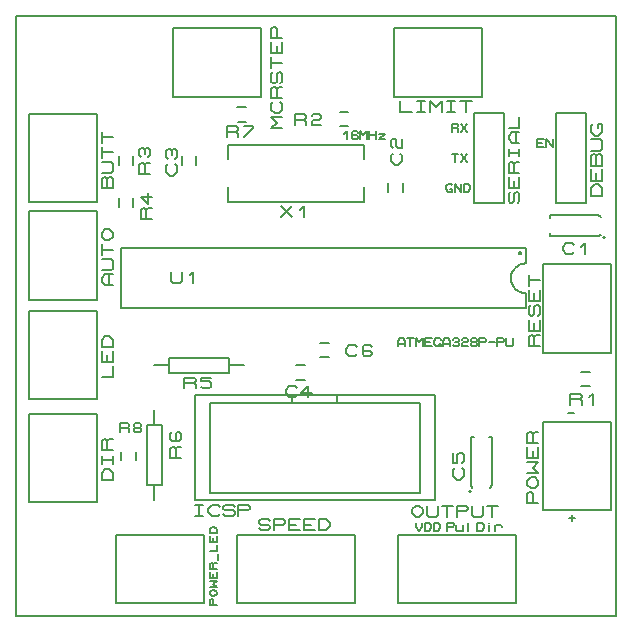
<source format=gto>
G04 PROTEUS RS274X GERBER FILE*
%FSLAX24Y24*%
%MOIN*%
%ADD26C,0.0080*%
%ADD28C,0.0078*%
%ADD29C,0.0050*%
G54D26*
X+0Y-20000D02*
X+20000Y-20000D01*
X+20000Y+0D01*
X+0Y+0D01*
X+0Y-20000D01*
X+16992Y-7750D02*
X+3492Y-7750D01*
X+3492Y-9750D01*
X+16992Y-9750D01*
X+16992Y-7750D02*
X+16992Y-8250D01*
X+16992Y-9750D02*
X+16992Y-9250D01*
X+16992Y-8250D02*
X+16890Y-8260D01*
X+16795Y-8288D01*
X+16710Y-8334D01*
X+16636Y-8394D01*
X+16576Y-8468D01*
X+16530Y-8553D01*
X+16502Y-8648D01*
X+16492Y-8750D01*
X+16992Y-9250D02*
X+16890Y-9240D01*
X+16795Y-9211D01*
X+16710Y-9166D01*
X+16636Y-9105D01*
X+16576Y-9032D01*
X+16530Y-8947D01*
X+16502Y-8852D01*
X+16492Y-8750D01*
X+16820Y-7910D02*
X+16820Y-7909D01*
X+16820Y-7905D01*
X+16819Y-7901D01*
X+16817Y-7897D01*
X+16814Y-7893D01*
X+16811Y-7889D01*
X+16807Y-7886D01*
X+16803Y-7884D01*
X+16799Y-7883D01*
X+16795Y-7882D01*
X+16792Y-7882D01*
X+16764Y-7910D02*
X+16764Y-7909D01*
X+16764Y-7905D01*
X+16765Y-7901D01*
X+16767Y-7897D01*
X+16770Y-7893D01*
X+16773Y-7889D01*
X+16777Y-7886D01*
X+16781Y-7884D01*
X+16785Y-7883D01*
X+16789Y-7882D01*
X+16792Y-7882D01*
X+16764Y-7910D02*
X+16764Y-7911D01*
X+16764Y-7915D01*
X+16765Y-7919D01*
X+16767Y-7923D01*
X+16770Y-7927D01*
X+16773Y-7931D01*
X+16777Y-7934D01*
X+16781Y-7936D01*
X+16785Y-7937D01*
X+16789Y-7938D01*
X+16792Y-7938D01*
X+16820Y-7910D02*
X+16820Y-7911D01*
X+16820Y-7915D01*
X+16819Y-7919D01*
X+16817Y-7923D01*
X+16814Y-7927D01*
X+16811Y-7931D01*
X+16807Y-7934D01*
X+16803Y-7936D01*
X+16799Y-7937D01*
X+16795Y-7938D01*
X+16792Y-7938D01*
X+5150Y-8537D02*
X+5150Y-8837D01*
X+5212Y-8897D01*
X+5462Y-8897D01*
X+5525Y-8837D01*
X+5525Y-8537D01*
X+5775Y-8657D02*
X+5900Y-8537D01*
X+5900Y-8897D01*
G54D28*
X+11594Y-5722D02*
X+11594Y-6194D01*
X+7066Y-6194D01*
X+7066Y-5722D01*
X+11594Y-4777D02*
X+11594Y-4305D01*
X+7066Y-4305D01*
X+7066Y-4777D01*
G54D26*
X+8830Y-6354D02*
X+9205Y-6714D01*
X+8830Y-6714D02*
X+9205Y-6354D01*
X+9455Y-6474D02*
X+9580Y-6354D01*
X+9580Y-6714D01*
X+7600Y-11650D02*
X+7100Y-11650D01*
X+5100Y-11900D02*
X+7100Y-11900D01*
X+7100Y-11400D01*
X+5100Y-11400D01*
X+5100Y-11900D01*
X+5100Y-11650D02*
X+4600Y-11650D01*
X+5600Y-12420D02*
X+5600Y-12060D01*
X+5912Y-12060D01*
X+5975Y-12120D01*
X+5975Y-12180D01*
X+5912Y-12240D01*
X+5600Y-12240D01*
X+5912Y-12240D02*
X+5975Y-12300D01*
X+5975Y-12420D01*
X+6475Y-12060D02*
X+6162Y-12060D01*
X+6162Y-12180D01*
X+6412Y-12180D01*
X+6475Y-12240D01*
X+6475Y-12360D01*
X+6412Y-12420D01*
X+6225Y-12420D01*
X+6162Y-12360D01*
X+411Y-12784D02*
X+2694Y-12784D01*
X+2694Y-9831D01*
X+411Y-9831D01*
X+411Y-12784D01*
X+2854Y-12057D02*
X+3214Y-12057D01*
X+3214Y-11682D01*
X+3214Y-11182D02*
X+3214Y-11557D01*
X+2854Y-11557D01*
X+2854Y-11182D01*
X+3034Y-11557D02*
X+3034Y-11307D01*
X+3214Y-11057D02*
X+2854Y-11057D01*
X+2854Y-10807D01*
X+2974Y-10682D01*
X+3094Y-10682D01*
X+3214Y-10807D01*
X+3214Y-11057D01*
X+12581Y-2694D02*
X+15534Y-2694D01*
X+15534Y-411D01*
X+12581Y-411D01*
X+12581Y-2694D01*
X+12807Y-2854D02*
X+12807Y-3214D01*
X+13182Y-3214D01*
X+13369Y-2854D02*
X+13619Y-2854D01*
X+13494Y-2854D02*
X+13494Y-3214D01*
X+13369Y-3214D02*
X+13619Y-3214D01*
X+13807Y-3214D02*
X+13807Y-2854D01*
X+13994Y-3034D01*
X+14182Y-2854D01*
X+14182Y-3214D01*
X+14369Y-2854D02*
X+14619Y-2854D01*
X+14494Y-2854D02*
X+14494Y-3214D01*
X+14369Y-3214D02*
X+14619Y-3214D01*
X+14807Y-2854D02*
X+15182Y-2854D01*
X+14994Y-2854D02*
X+14994Y-3214D01*
X+411Y-9468D02*
X+2694Y-9468D01*
X+2694Y-6515D01*
X+411Y-6515D01*
X+411Y-9468D01*
X+3214Y-8992D02*
X+2974Y-8992D01*
X+2854Y-8867D01*
X+2854Y-8742D01*
X+2974Y-8617D01*
X+3214Y-8617D01*
X+3094Y-8992D02*
X+3094Y-8617D01*
X+2854Y-8492D02*
X+3154Y-8492D01*
X+3214Y-8430D01*
X+3214Y-8180D01*
X+3154Y-8117D01*
X+2854Y-8117D01*
X+2854Y-7992D02*
X+2854Y-7617D01*
X+2854Y-7805D02*
X+3214Y-7805D01*
X+2974Y-7492D02*
X+2854Y-7367D01*
X+2854Y-7242D01*
X+2974Y-7117D01*
X+3094Y-7117D01*
X+3214Y-7242D01*
X+3214Y-7367D01*
X+3094Y-7492D01*
X+2974Y-7492D01*
X+411Y-6218D02*
X+2694Y-6218D01*
X+2694Y-3265D01*
X+411Y-3265D01*
X+411Y-6218D01*
X+3214Y-5742D02*
X+2854Y-5742D01*
X+2854Y-5430D01*
X+2914Y-5367D01*
X+2974Y-5367D01*
X+3034Y-5430D01*
X+3094Y-5367D01*
X+3154Y-5367D01*
X+3214Y-5430D01*
X+3214Y-5742D01*
X+3034Y-5742D02*
X+3034Y-5430D01*
X+2854Y-5242D02*
X+3154Y-5242D01*
X+3214Y-5180D01*
X+3214Y-4930D01*
X+3154Y-4867D01*
X+2854Y-4867D01*
X+2854Y-4742D02*
X+2854Y-4367D01*
X+2854Y-4555D02*
X+3214Y-4555D01*
X+2854Y-4242D02*
X+2854Y-3867D01*
X+2854Y-4055D02*
X+3214Y-4055D01*
X+18000Y-6250D02*
X+19000Y-6250D01*
X+19000Y-3250D01*
X+18000Y-3250D01*
X+18000Y-6250D01*
X+19520Y-6000D02*
X+19160Y-6000D01*
X+19160Y-5750D01*
X+19280Y-5625D01*
X+19400Y-5625D01*
X+19520Y-5750D01*
X+19520Y-6000D01*
X+19520Y-5125D02*
X+19520Y-5500D01*
X+19160Y-5500D01*
X+19160Y-5125D01*
X+19340Y-5500D02*
X+19340Y-5250D01*
X+19520Y-5000D02*
X+19160Y-5000D01*
X+19160Y-4688D01*
X+19220Y-4625D01*
X+19280Y-4625D01*
X+19340Y-4688D01*
X+19400Y-4625D01*
X+19460Y-4625D01*
X+19520Y-4688D01*
X+19520Y-5000D01*
X+19340Y-5000D02*
X+19340Y-4688D01*
X+19160Y-4500D02*
X+19460Y-4500D01*
X+19520Y-4438D01*
X+19520Y-4188D01*
X+19460Y-4125D01*
X+19160Y-4125D01*
X+19400Y-3750D02*
X+19400Y-3625D01*
X+19520Y-3625D01*
X+19520Y-3875D01*
X+19400Y-4000D01*
X+19280Y-4000D01*
X+19160Y-3875D01*
X+19160Y-3688D01*
X+19220Y-3625D01*
X+17555Y-11234D02*
X+19838Y-11234D01*
X+19838Y-8281D01*
X+17555Y-8281D01*
X+17555Y-11234D01*
X+17445Y-11007D02*
X+17085Y-11007D01*
X+17085Y-10695D01*
X+17145Y-10632D01*
X+17205Y-10632D01*
X+17265Y-10695D01*
X+17265Y-11007D01*
X+17265Y-10695D02*
X+17325Y-10632D01*
X+17445Y-10632D01*
X+17445Y-10132D02*
X+17445Y-10507D01*
X+17085Y-10507D01*
X+17085Y-10132D01*
X+17265Y-10507D02*
X+17265Y-10257D01*
X+17385Y-10007D02*
X+17445Y-9945D01*
X+17445Y-9695D01*
X+17385Y-9632D01*
X+17325Y-9632D01*
X+17265Y-9695D01*
X+17265Y-9945D01*
X+17205Y-10007D01*
X+17145Y-10007D01*
X+17085Y-9945D01*
X+17085Y-9695D01*
X+17145Y-9632D01*
X+17445Y-9132D02*
X+17445Y-9507D01*
X+17085Y-9507D01*
X+17085Y-9132D01*
X+17265Y-9507D02*
X+17265Y-9257D01*
X+17085Y-9007D02*
X+17085Y-8632D01*
X+17085Y-8820D02*
X+17445Y-8820D01*
X+15250Y-6250D02*
X+16250Y-6250D01*
X+16250Y-3250D01*
X+15250Y-3250D01*
X+15250Y-6250D01*
X+16710Y-6250D02*
X+16770Y-6188D01*
X+16770Y-5938D01*
X+16710Y-5875D01*
X+16650Y-5875D01*
X+16590Y-5938D01*
X+16590Y-6188D01*
X+16530Y-6250D01*
X+16470Y-6250D01*
X+16410Y-6188D01*
X+16410Y-5938D01*
X+16470Y-5875D01*
X+16770Y-5375D02*
X+16770Y-5750D01*
X+16410Y-5750D01*
X+16410Y-5375D01*
X+16590Y-5750D02*
X+16590Y-5500D01*
X+16770Y-5250D02*
X+16410Y-5250D01*
X+16410Y-4938D01*
X+16470Y-4875D01*
X+16530Y-4875D01*
X+16590Y-4938D01*
X+16590Y-5250D01*
X+16590Y-4938D02*
X+16650Y-4875D01*
X+16770Y-4875D01*
X+16410Y-4688D02*
X+16410Y-4438D01*
X+16410Y-4563D02*
X+16770Y-4563D01*
X+16770Y-4688D02*
X+16770Y-4438D01*
X+16770Y-4250D02*
X+16530Y-4250D01*
X+16410Y-4125D01*
X+16410Y-4000D01*
X+16530Y-3875D01*
X+16770Y-3875D01*
X+16650Y-4250D02*
X+16650Y-3875D01*
X+16410Y-3750D02*
X+16770Y-3750D01*
X+16770Y-3375D01*
X+7365Y-19588D02*
X+11302Y-19588D01*
X+11302Y-17305D01*
X+7365Y-17305D01*
X+7365Y-19588D01*
X+8084Y-17085D02*
X+8146Y-17145D01*
X+8396Y-17145D01*
X+8459Y-17085D01*
X+8459Y-17025D01*
X+8396Y-16965D01*
X+8146Y-16965D01*
X+8084Y-16905D01*
X+8084Y-16845D01*
X+8146Y-16785D01*
X+8396Y-16785D01*
X+8459Y-16845D01*
X+8584Y-17145D02*
X+8584Y-16785D01*
X+8896Y-16785D01*
X+8959Y-16845D01*
X+8959Y-16905D01*
X+8896Y-16965D01*
X+8584Y-16965D01*
X+9459Y-17145D02*
X+9084Y-17145D01*
X+9084Y-16785D01*
X+9459Y-16785D01*
X+9084Y-16965D02*
X+9334Y-16965D01*
X+9959Y-17145D02*
X+9584Y-17145D01*
X+9584Y-16785D01*
X+9959Y-16785D01*
X+9584Y-16965D02*
X+9834Y-16965D01*
X+10084Y-17145D02*
X+10084Y-16785D01*
X+10334Y-16785D01*
X+10459Y-16905D01*
X+10459Y-17025D01*
X+10334Y-17145D01*
X+10084Y-17145D01*
X+17555Y-16484D02*
X+19838Y-16484D01*
X+19838Y-13531D01*
X+17555Y-13531D01*
X+17555Y-16484D01*
X+17395Y-16257D02*
X+17035Y-16257D01*
X+17035Y-15945D01*
X+17095Y-15882D01*
X+17155Y-15882D01*
X+17215Y-15945D01*
X+17215Y-16257D01*
X+17155Y-15757D02*
X+17035Y-15632D01*
X+17035Y-15507D01*
X+17155Y-15382D01*
X+17275Y-15382D01*
X+17395Y-15507D01*
X+17395Y-15632D01*
X+17275Y-15757D01*
X+17155Y-15757D01*
X+17035Y-15257D02*
X+17395Y-15257D01*
X+17215Y-15070D01*
X+17395Y-14882D01*
X+17035Y-14882D01*
X+17395Y-14382D02*
X+17395Y-14757D01*
X+17035Y-14757D01*
X+17035Y-14382D01*
X+17215Y-14757D02*
X+17215Y-14507D01*
X+17395Y-14257D02*
X+17035Y-14257D01*
X+17035Y-13945D01*
X+17095Y-13882D01*
X+17155Y-13882D01*
X+17215Y-13945D01*
X+17215Y-14257D01*
X+17215Y-13945D02*
X+17275Y-13882D01*
X+17395Y-13882D01*
X+12715Y-19588D02*
X+16652Y-19588D01*
X+16652Y-17305D01*
X+12715Y-17305D01*
X+12715Y-19588D01*
X+13184Y-16455D02*
X+13309Y-16335D01*
X+13434Y-16335D01*
X+13559Y-16455D01*
X+13559Y-16575D01*
X+13434Y-16695D01*
X+13309Y-16695D01*
X+13184Y-16575D01*
X+13184Y-16455D01*
X+13684Y-16335D02*
X+13684Y-16635D01*
X+13746Y-16695D01*
X+13996Y-16695D01*
X+14059Y-16635D01*
X+14059Y-16335D01*
X+14184Y-16335D02*
X+14559Y-16335D01*
X+14371Y-16335D02*
X+14371Y-16695D01*
X+14684Y-16695D02*
X+14684Y-16335D01*
X+14996Y-16335D01*
X+15059Y-16395D01*
X+15059Y-16455D01*
X+14996Y-16515D01*
X+14684Y-16515D01*
X+15184Y-16335D02*
X+15184Y-16635D01*
X+15246Y-16695D01*
X+15496Y-16695D01*
X+15559Y-16635D01*
X+15559Y-16335D01*
X+15684Y-16335D02*
X+16059Y-16335D01*
X+15871Y-16335D02*
X+15871Y-16695D01*
X+5950Y-16150D02*
X+13950Y-16150D01*
X+13950Y-12650D01*
X+5950Y-12650D01*
X+5950Y-16150D01*
X+10700Y-12650D02*
X+10700Y-12900D01*
X+9200Y-12900D01*
X+9200Y-12650D01*
X+6450Y-15900D02*
X+13450Y-15900D01*
X+13450Y-12900D01*
X+6450Y-12900D01*
X+6450Y-15900D01*
X+5962Y-16310D02*
X+6212Y-16310D01*
X+6087Y-16310D02*
X+6087Y-16670D01*
X+5962Y-16670D02*
X+6212Y-16670D01*
X+6775Y-16610D02*
X+6712Y-16670D01*
X+6525Y-16670D01*
X+6400Y-16550D01*
X+6400Y-16430D01*
X+6525Y-16310D01*
X+6712Y-16310D01*
X+6775Y-16370D01*
X+6900Y-16610D02*
X+6962Y-16670D01*
X+7212Y-16670D01*
X+7275Y-16610D01*
X+7275Y-16550D01*
X+7212Y-16490D01*
X+6962Y-16490D01*
X+6900Y-16430D01*
X+6900Y-16370D01*
X+6962Y-16310D01*
X+7212Y-16310D01*
X+7275Y-16370D01*
X+7400Y-16670D02*
X+7400Y-16310D01*
X+7712Y-16310D01*
X+7775Y-16370D01*
X+7775Y-16430D01*
X+7712Y-16490D01*
X+7400Y-16490D01*
X+9610Y-12130D02*
X+9340Y-12130D01*
X+9610Y-11650D02*
X+9330Y-11650D01*
X+9355Y-12640D02*
X+9292Y-12700D01*
X+9105Y-12700D01*
X+8980Y-12580D01*
X+8980Y-12460D01*
X+9105Y-12340D01*
X+9292Y-12340D01*
X+9355Y-12400D01*
X+9855Y-12580D02*
X+9480Y-12580D01*
X+9730Y-12340D01*
X+9730Y-12700D01*
X+19582Y-7413D02*
X+19582Y-7335D01*
X+19622Y-7374D02*
X+19543Y-7374D01*
X+17797Y-7250D02*
X+17797Y-7350D01*
X+19397Y-7350D01*
X+19497Y-7300D01*
X+17797Y-6750D02*
X+17797Y-6650D01*
X+19397Y-6650D01*
X+19497Y-6700D01*
X+18584Y-7873D02*
X+18521Y-7933D01*
X+18334Y-7933D01*
X+18209Y-7813D01*
X+18209Y-7693D01*
X+18334Y-7573D01*
X+18521Y-7573D01*
X+18584Y-7633D01*
X+18834Y-7693D02*
X+18959Y-7573D01*
X+18959Y-7933D01*
X+10410Y-11380D02*
X+10140Y-11380D01*
X+10410Y-10900D02*
X+10130Y-10900D01*
X+11355Y-11290D02*
X+11292Y-11350D01*
X+11105Y-11350D01*
X+10980Y-11230D01*
X+10980Y-11110D01*
X+11105Y-10990D01*
X+11292Y-10990D01*
X+11355Y-11050D01*
X+11855Y-11050D02*
X+11792Y-10990D01*
X+11605Y-10990D01*
X+11542Y-11050D01*
X+11542Y-11290D01*
X+11605Y-11350D01*
X+11792Y-11350D01*
X+11855Y-11290D01*
X+11855Y-11230D01*
X+11792Y-11170D01*
X+11542Y-11170D01*
X+12880Y-5590D02*
X+12880Y-5860D01*
X+12400Y-5590D02*
X+12400Y-5870D01*
X+12790Y-4595D02*
X+12850Y-4658D01*
X+12850Y-4845D01*
X+12730Y-4970D01*
X+12610Y-4970D01*
X+12490Y-4845D01*
X+12490Y-4658D01*
X+12550Y-4595D01*
X+12550Y-4408D02*
X+12490Y-4345D01*
X+12490Y-4158D01*
X+12550Y-4095D01*
X+12610Y-4095D01*
X+12670Y-4158D01*
X+12670Y-4345D01*
X+12730Y-4408D01*
X+12850Y-4408D01*
X+12850Y-4095D01*
X+5520Y-4960D02*
X+5520Y-4690D01*
X+6000Y-4960D02*
X+6000Y-4680D01*
X+5300Y-4955D02*
X+5360Y-5018D01*
X+5360Y-5205D01*
X+5240Y-5330D01*
X+5120Y-5330D01*
X+5000Y-5205D01*
X+5000Y-5018D01*
X+5060Y-4955D01*
X+5060Y-4768D02*
X+5000Y-4705D01*
X+5000Y-4518D01*
X+5060Y-4455D01*
X+5120Y-4455D01*
X+5180Y-4518D01*
X+5240Y-4455D01*
X+5300Y-4455D01*
X+5360Y-4518D01*
X+5360Y-4705D01*
X+5300Y-4768D01*
X+5180Y-4643D02*
X+5180Y-4518D01*
X+15086Y-15832D02*
X+15164Y-15832D01*
X+15125Y-15872D02*
X+15125Y-15793D01*
X+15250Y-14047D02*
X+15150Y-14047D01*
X+15150Y-15647D01*
X+15200Y-15747D01*
X+15750Y-14047D02*
X+15850Y-14047D01*
X+15850Y-15647D01*
X+15800Y-15747D01*
X+14866Y-15084D02*
X+14926Y-15147D01*
X+14926Y-15334D01*
X+14806Y-15459D01*
X+14686Y-15459D01*
X+14566Y-15334D01*
X+14566Y-15147D01*
X+14626Y-15084D01*
X+14566Y-14584D02*
X+14566Y-14897D01*
X+14686Y-14897D01*
X+14686Y-14647D01*
X+14746Y-14584D01*
X+14866Y-14584D01*
X+14926Y-14647D01*
X+14926Y-14834D01*
X+14866Y-14897D01*
X+18840Y-11870D02*
X+19110Y-11870D01*
X+18840Y-12350D02*
X+19120Y-12350D01*
X+18470Y-12960D02*
X+18470Y-12600D01*
X+18782Y-12600D01*
X+18845Y-12660D01*
X+18845Y-12720D01*
X+18782Y-12780D01*
X+18470Y-12780D01*
X+18782Y-12780D02*
X+18845Y-12840D01*
X+18845Y-12960D01*
X+19095Y-12720D02*
X+19220Y-12600D01*
X+19220Y-12960D01*
X+11060Y-3680D02*
X+10790Y-3680D01*
X+11060Y-3200D02*
X+10780Y-3200D01*
X+9280Y-3650D02*
X+9280Y-3290D01*
X+9592Y-3290D01*
X+9655Y-3350D01*
X+9655Y-3410D01*
X+9592Y-3470D01*
X+9280Y-3470D01*
X+9592Y-3470D02*
X+9655Y-3530D01*
X+9655Y-3650D01*
X+9842Y-3350D02*
X+9905Y-3290D01*
X+10092Y-3290D01*
X+10155Y-3350D01*
X+10155Y-3410D01*
X+10092Y-3470D01*
X+9905Y-3470D01*
X+9842Y-3530D01*
X+9842Y-3650D01*
X+10155Y-3650D01*
X+3420Y-4960D02*
X+3420Y-4690D01*
X+3900Y-4960D02*
X+3900Y-4680D01*
X+4460Y-5280D02*
X+4100Y-5280D01*
X+4100Y-4968D01*
X+4160Y-4905D01*
X+4220Y-4905D01*
X+4280Y-4968D01*
X+4280Y-5280D01*
X+4280Y-4968D02*
X+4340Y-4905D01*
X+4460Y-4905D01*
X+4160Y-4718D02*
X+4100Y-4655D01*
X+4100Y-4468D01*
X+4160Y-4405D01*
X+4220Y-4405D01*
X+4280Y-4468D01*
X+4340Y-4405D01*
X+4400Y-4405D01*
X+4460Y-4468D01*
X+4460Y-4655D01*
X+4400Y-4718D01*
X+4280Y-4593D02*
X+4280Y-4468D01*
X+3420Y-6360D02*
X+3420Y-6090D01*
X+3900Y-6360D02*
X+3900Y-6080D01*
X+4510Y-6780D02*
X+4150Y-6780D01*
X+4150Y-6468D01*
X+4210Y-6405D01*
X+4270Y-6405D01*
X+4330Y-6468D01*
X+4330Y-6780D01*
X+4330Y-6468D02*
X+4390Y-6405D01*
X+4510Y-6405D01*
X+4390Y-5905D02*
X+4390Y-6280D01*
X+4150Y-6030D01*
X+4510Y-6030D01*
X+3315Y-19588D02*
X+6268Y-19588D01*
X+6268Y-17305D01*
X+3315Y-17305D01*
X+3315Y-19588D01*
X+6685Y-19657D02*
X+6445Y-19657D01*
X+6445Y-19470D01*
X+6485Y-19432D01*
X+6525Y-19432D01*
X+6565Y-19470D01*
X+6565Y-19657D01*
X+6525Y-19357D02*
X+6445Y-19282D01*
X+6445Y-19207D01*
X+6525Y-19132D01*
X+6605Y-19132D01*
X+6685Y-19207D01*
X+6685Y-19282D01*
X+6605Y-19357D01*
X+6525Y-19357D01*
X+6445Y-19057D02*
X+6685Y-19057D01*
X+6565Y-18945D01*
X+6685Y-18832D01*
X+6445Y-18832D01*
X+6685Y-18532D02*
X+6685Y-18757D01*
X+6445Y-18757D01*
X+6445Y-18532D01*
X+6565Y-18757D02*
X+6565Y-18607D01*
X+6685Y-18457D02*
X+6445Y-18457D01*
X+6445Y-18270D01*
X+6485Y-18232D01*
X+6525Y-18232D01*
X+6565Y-18270D01*
X+6565Y-18457D01*
X+6565Y-18270D02*
X+6605Y-18232D01*
X+6685Y-18232D01*
X+6725Y-18157D02*
X+6725Y-17932D01*
X+6445Y-17857D02*
X+6685Y-17857D01*
X+6685Y-17632D01*
X+6685Y-17332D02*
X+6685Y-17557D01*
X+6445Y-17557D01*
X+6445Y-17332D01*
X+6565Y-17557D02*
X+6565Y-17407D01*
X+6685Y-17257D02*
X+6445Y-17257D01*
X+6445Y-17107D01*
X+6525Y-17032D01*
X+6605Y-17032D01*
X+6685Y-17107D01*
X+6685Y-17257D01*
X+4600Y-16150D02*
X+4600Y-15650D01*
X+4350Y-15650D02*
X+4850Y-15650D01*
X+4850Y-13650D01*
X+4350Y-13650D01*
X+4350Y-15650D01*
X+4600Y-13650D02*
X+4600Y-13150D01*
X+5490Y-14750D02*
X+5130Y-14750D01*
X+5130Y-14438D01*
X+5190Y-14375D01*
X+5250Y-14375D01*
X+5310Y-14438D01*
X+5310Y-14750D01*
X+5310Y-14438D02*
X+5370Y-14375D01*
X+5490Y-14375D01*
X+5190Y-13875D02*
X+5130Y-13938D01*
X+5130Y-14125D01*
X+5190Y-14188D01*
X+5430Y-14188D01*
X+5490Y-14125D01*
X+5490Y-13938D01*
X+5430Y-13875D01*
X+5370Y-13875D01*
X+5310Y-13938D01*
X+5310Y-14188D01*
X+7650Y-3530D02*
X+7380Y-3530D01*
X+7650Y-3050D02*
X+7370Y-3050D01*
X+7020Y-4050D02*
X+7020Y-3690D01*
X+7332Y-3690D01*
X+7395Y-3750D01*
X+7395Y-3810D01*
X+7332Y-3870D01*
X+7020Y-3870D01*
X+7332Y-3870D02*
X+7395Y-3930D01*
X+7395Y-4050D01*
X+7582Y-3690D02*
X+7895Y-3690D01*
X+7895Y-3750D01*
X+7582Y-4050D01*
X+3980Y-14540D02*
X+3980Y-14810D01*
X+3500Y-14540D02*
X+3500Y-14820D01*
X+3470Y-13880D02*
X+3470Y-13580D01*
X+3720Y-13580D01*
X+3770Y-13630D01*
X+3770Y-13680D01*
X+3720Y-13730D01*
X+3470Y-13730D01*
X+3720Y-13730D02*
X+3770Y-13780D01*
X+3770Y-13880D01*
X+3970Y-13730D02*
X+3920Y-13680D01*
X+3920Y-13630D01*
X+3970Y-13580D01*
X+4120Y-13580D01*
X+4170Y-13630D01*
X+4170Y-13680D01*
X+4120Y-13730D01*
X+3970Y-13730D01*
X+3920Y-13780D01*
X+3920Y-13830D01*
X+3970Y-13880D01*
X+4120Y-13880D01*
X+4170Y-13830D01*
X+4170Y-13780D01*
X+4120Y-13730D01*
G54D29*
X+14511Y-3871D02*
X+14511Y-3601D01*
X+14698Y-3601D01*
X+14736Y-3646D01*
X+14736Y-3691D01*
X+14698Y-3736D01*
X+14511Y-3736D01*
X+14698Y-3736D02*
X+14736Y-3781D01*
X+14736Y-3871D01*
X+14811Y-3601D02*
X+15036Y-3871D01*
X+14811Y-3871D02*
X+15036Y-3601D01*
X+14511Y-4601D02*
X+14736Y-4601D01*
X+14623Y-4601D02*
X+14623Y-4871D01*
X+14811Y-4601D02*
X+15036Y-4871D01*
X+14811Y-4871D02*
X+15036Y-4601D01*
X+14461Y-5781D02*
X+14536Y-5781D01*
X+14536Y-5871D01*
X+14386Y-5871D01*
X+14311Y-5781D01*
X+14311Y-5691D01*
X+14386Y-5601D01*
X+14498Y-5601D01*
X+14536Y-5646D01*
X+14611Y-5871D02*
X+14611Y-5601D01*
X+14836Y-5871D01*
X+14836Y-5601D01*
X+14911Y-5871D02*
X+14911Y-5601D01*
X+15061Y-5601D01*
X+15136Y-5691D01*
X+15136Y-5781D01*
X+15061Y-5871D01*
X+14911Y-5871D01*
X+17586Y-4371D02*
X+17361Y-4371D01*
X+17361Y-4101D01*
X+17586Y-4101D01*
X+17361Y-4236D02*
X+17511Y-4236D01*
X+17661Y-4371D02*
X+17661Y-4101D01*
X+17886Y-4371D01*
X+17886Y-4101D01*
X+13311Y-16901D02*
X+13311Y-17036D01*
X+13423Y-17171D01*
X+13536Y-17036D01*
X+13536Y-16901D01*
X+13611Y-17171D02*
X+13611Y-16901D01*
X+13761Y-16901D01*
X+13836Y-16991D01*
X+13836Y-17081D01*
X+13761Y-17171D01*
X+13611Y-17171D01*
X+13911Y-17171D02*
X+13911Y-16901D01*
X+14061Y-16901D01*
X+14136Y-16991D01*
X+14136Y-17081D01*
X+14061Y-17171D01*
X+13911Y-17171D01*
X+14361Y-17171D02*
X+14361Y-16901D01*
X+14548Y-16901D01*
X+14586Y-16946D01*
X+14586Y-16991D01*
X+14548Y-17036D01*
X+14361Y-17036D01*
X+14661Y-16991D02*
X+14661Y-17126D01*
X+14698Y-17171D01*
X+14848Y-17171D01*
X+14886Y-17126D01*
X+14886Y-17171D02*
X+14886Y-16991D01*
X+15073Y-16901D02*
X+15073Y-17171D01*
X+15361Y-17171D02*
X+15361Y-16901D01*
X+15511Y-16901D01*
X+15586Y-16991D01*
X+15586Y-17081D01*
X+15511Y-17171D01*
X+15361Y-17171D01*
X+15773Y-16991D02*
X+15773Y-17171D01*
X+15773Y-16901D02*
X+15773Y-16901D01*
X+15961Y-17171D02*
X+15961Y-16991D01*
X+15961Y-17036D02*
X+15998Y-16991D01*
X+16148Y-16991D01*
X+16186Y-17036D01*
X+18411Y-16736D02*
X+18636Y-16736D01*
X+18523Y-16646D02*
X+18523Y-16826D01*
X+18398Y-13236D02*
X+18586Y-13236D01*
X+12726Y-11021D02*
X+12726Y-10841D01*
X+12801Y-10751D01*
X+12876Y-10751D01*
X+12951Y-10841D01*
X+12951Y-11021D01*
X+12726Y-10931D02*
X+12951Y-10931D01*
X+13026Y-10751D02*
X+13251Y-10751D01*
X+13138Y-10751D02*
X+13138Y-11021D01*
X+13326Y-11021D02*
X+13326Y-10751D01*
X+13438Y-10886D01*
X+13551Y-10751D01*
X+13551Y-11021D01*
X+13851Y-11021D02*
X+13626Y-11021D01*
X+13626Y-10751D01*
X+13851Y-10751D01*
X+13626Y-10886D02*
X+13776Y-10886D01*
X+14076Y-10931D02*
X+14151Y-10931D01*
X+14151Y-11021D01*
X+14001Y-11021D01*
X+13926Y-10931D01*
X+13926Y-10841D01*
X+14001Y-10751D01*
X+14113Y-10751D01*
X+14151Y-10796D01*
X+14226Y-11021D02*
X+14226Y-10841D01*
X+14301Y-10751D01*
X+14376Y-10751D01*
X+14451Y-10841D01*
X+14451Y-11021D01*
X+14226Y-10931D02*
X+14451Y-10931D01*
X+14563Y-10796D02*
X+14601Y-10751D01*
X+14713Y-10751D01*
X+14751Y-10796D01*
X+14751Y-10841D01*
X+14713Y-10886D01*
X+14751Y-10931D01*
X+14751Y-10976D01*
X+14713Y-11021D01*
X+14601Y-11021D01*
X+14563Y-10976D01*
X+14638Y-10886D02*
X+14713Y-10886D01*
X+14863Y-10796D02*
X+14901Y-10751D01*
X+15013Y-10751D01*
X+15051Y-10796D01*
X+15051Y-10841D01*
X+15013Y-10886D01*
X+14901Y-10886D01*
X+14863Y-10931D01*
X+14863Y-11021D01*
X+15051Y-11021D01*
X+15201Y-10886D02*
X+15163Y-10841D01*
X+15163Y-10796D01*
X+15201Y-10751D01*
X+15313Y-10751D01*
X+15351Y-10796D01*
X+15351Y-10841D01*
X+15313Y-10886D01*
X+15201Y-10886D01*
X+15163Y-10931D01*
X+15163Y-10976D01*
X+15201Y-11021D01*
X+15313Y-11021D01*
X+15351Y-10976D01*
X+15351Y-10931D01*
X+15313Y-10886D01*
X+15426Y-11021D02*
X+15426Y-10751D01*
X+15613Y-10751D01*
X+15651Y-10796D01*
X+15651Y-10841D01*
X+15613Y-10886D01*
X+15426Y-10886D01*
X+15763Y-10886D02*
X+15951Y-10886D01*
X+16026Y-11021D02*
X+16026Y-10751D01*
X+16213Y-10751D01*
X+16251Y-10796D01*
X+16251Y-10841D01*
X+16213Y-10886D01*
X+16026Y-10886D01*
X+16326Y-10751D02*
X+16326Y-10976D01*
X+16363Y-11021D01*
X+16513Y-11021D01*
X+16551Y-10976D01*
X+16551Y-10751D01*
X+10936Y-3941D02*
X+11011Y-3851D01*
X+11011Y-4121D01*
X+11386Y-3896D02*
X+11348Y-3851D01*
X+11236Y-3851D01*
X+11198Y-3896D01*
X+11198Y-4076D01*
X+11236Y-4121D01*
X+11348Y-4121D01*
X+11386Y-4076D01*
X+11386Y-4031D01*
X+11348Y-3986D01*
X+11198Y-3986D01*
X+11461Y-4121D02*
X+11461Y-3851D01*
X+11573Y-3986D01*
X+11686Y-3851D01*
X+11686Y-4121D01*
X+11761Y-4121D02*
X+11761Y-3851D01*
X+11986Y-3851D02*
X+11986Y-4121D01*
X+11761Y-3986D02*
X+11986Y-3986D01*
X+12098Y-3941D02*
X+12286Y-3941D01*
X+12098Y-4121D01*
X+12286Y-4121D01*
G54D26*
X+411Y-16218D02*
X+2694Y-16218D01*
X+2694Y-13265D01*
X+411Y-13265D01*
X+411Y-16218D01*
X+3214Y-15492D02*
X+2854Y-15492D01*
X+2854Y-15242D01*
X+2974Y-15117D01*
X+3094Y-15117D01*
X+3214Y-15242D01*
X+3214Y-15492D01*
X+2854Y-14930D02*
X+2854Y-14680D01*
X+2854Y-14805D02*
X+3214Y-14805D01*
X+3214Y-14930D02*
X+3214Y-14680D01*
X+3214Y-14492D02*
X+2854Y-14492D01*
X+2854Y-14180D01*
X+2914Y-14117D01*
X+2974Y-14117D01*
X+3034Y-14180D01*
X+3034Y-14492D01*
X+3034Y-14180D02*
X+3094Y-14117D01*
X+3214Y-14117D01*
X+5215Y-2694D02*
X+8168Y-2694D01*
X+8168Y-411D01*
X+5215Y-411D01*
X+5215Y-2694D01*
X+8864Y-3757D02*
X+8504Y-3757D01*
X+8684Y-3570D01*
X+8504Y-3382D01*
X+8864Y-3382D01*
X+8804Y-2882D02*
X+8864Y-2945D01*
X+8864Y-3132D01*
X+8744Y-3257D01*
X+8624Y-3257D01*
X+8504Y-3132D01*
X+8504Y-2945D01*
X+8564Y-2882D01*
X+8864Y-2757D02*
X+8504Y-2757D01*
X+8504Y-2445D01*
X+8564Y-2382D01*
X+8624Y-2382D01*
X+8684Y-2445D01*
X+8684Y-2757D01*
X+8684Y-2445D02*
X+8744Y-2382D01*
X+8864Y-2382D01*
X+8804Y-2257D02*
X+8864Y-2195D01*
X+8864Y-1945D01*
X+8804Y-1882D01*
X+8744Y-1882D01*
X+8684Y-1945D01*
X+8684Y-2195D01*
X+8624Y-2257D01*
X+8564Y-2257D01*
X+8504Y-2195D01*
X+8504Y-1945D01*
X+8564Y-1882D01*
X+8504Y-1757D02*
X+8504Y-1382D01*
X+8504Y-1570D02*
X+8864Y-1570D01*
X+8864Y-882D02*
X+8864Y-1257D01*
X+8504Y-1257D01*
X+8504Y-882D01*
X+8684Y-1257D02*
X+8684Y-1007D01*
X+8864Y-757D02*
X+8504Y-757D01*
X+8504Y-445D01*
X+8564Y-382D01*
X+8624Y-382D01*
X+8684Y-445D01*
X+8684Y-757D01*
M00*

</source>
